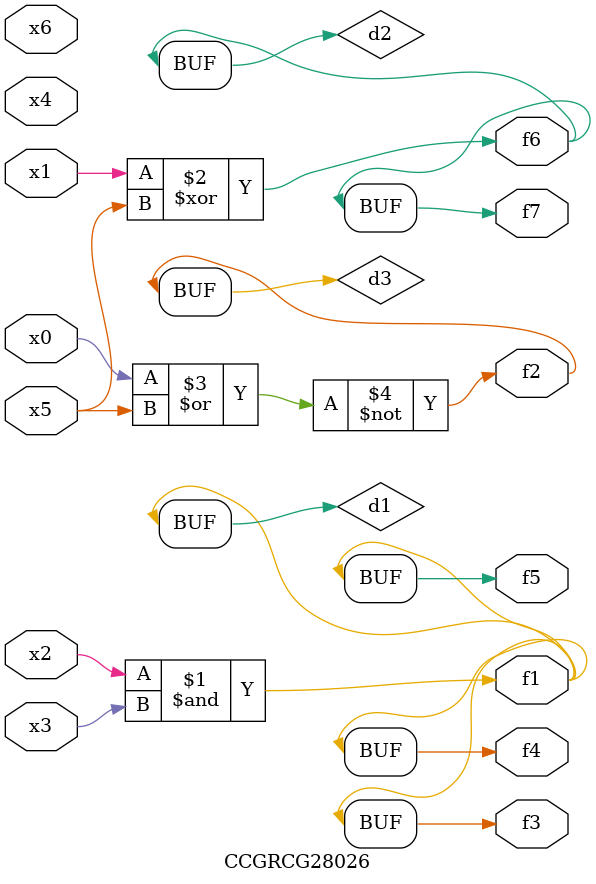
<source format=v>
module CCGRCG28026(
	input x0, x1, x2, x3, x4, x5, x6,
	output f1, f2, f3, f4, f5, f6, f7
);

	wire d1, d2, d3;

	and (d1, x2, x3);
	xor (d2, x1, x5);
	nor (d3, x0, x5);
	assign f1 = d1;
	assign f2 = d3;
	assign f3 = d1;
	assign f4 = d1;
	assign f5 = d1;
	assign f6 = d2;
	assign f7 = d2;
endmodule

</source>
